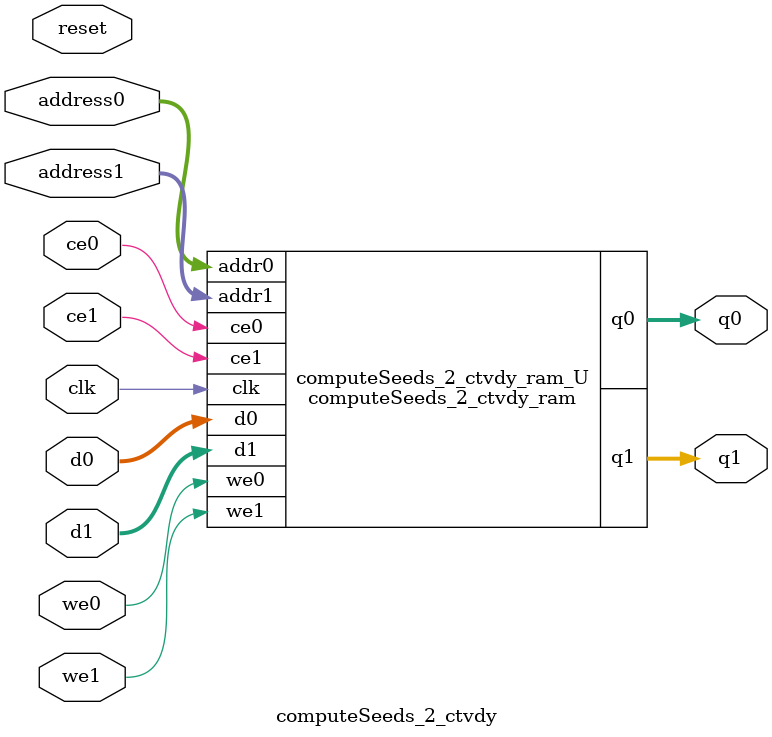
<source format=v>
`timescale 1 ns / 1 ps
module computeSeeds_2_ctvdy_ram (addr0, ce0, d0, we0, q0, addr1, ce1, d1, we1, q1,  clk);

parameter DWIDTH = 8;
parameter AWIDTH = 8;
parameter MEM_SIZE = 200;

input[AWIDTH-1:0] addr0;
input ce0;
input[DWIDTH-1:0] d0;
input we0;
output reg[DWIDTH-1:0] q0;
input[AWIDTH-1:0] addr1;
input ce1;
input[DWIDTH-1:0] d1;
input we1;
output reg[DWIDTH-1:0] q1;
input clk;

(* ram_style = "block" *)reg [DWIDTH-1:0] ram[0:MEM_SIZE-1];




always @(posedge clk)  
begin 
    if (ce0) begin
        if (we0) 
            ram[addr0] <= d0; 
        q0 <= ram[addr0];
    end
end


always @(posedge clk)  
begin 
    if (ce1) begin
        if (we1) 
            ram[addr1] <= d1; 
        q1 <= ram[addr1];
    end
end


endmodule

`timescale 1 ns / 1 ps
module computeSeeds_2_ctvdy(
    reset,
    clk,
    address0,
    ce0,
    we0,
    d0,
    q0,
    address1,
    ce1,
    we1,
    d1,
    q1);

parameter DataWidth = 32'd8;
parameter AddressRange = 32'd200;
parameter AddressWidth = 32'd8;
input reset;
input clk;
input[AddressWidth - 1:0] address0;
input ce0;
input we0;
input[DataWidth - 1:0] d0;
output[DataWidth - 1:0] q0;
input[AddressWidth - 1:0] address1;
input ce1;
input we1;
input[DataWidth - 1:0] d1;
output[DataWidth - 1:0] q1;



computeSeeds_2_ctvdy_ram computeSeeds_2_ctvdy_ram_U(
    .clk( clk ),
    .addr0( address0 ),
    .ce0( ce0 ),
    .we0( we0 ),
    .d0( d0 ),
    .q0( q0 ),
    .addr1( address1 ),
    .ce1( ce1 ),
    .we1( we1 ),
    .d1( d1 ),
    .q1( q1 ));

endmodule


</source>
